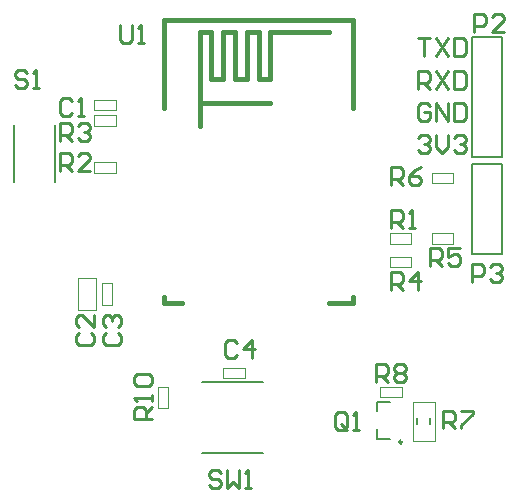
<source format=gto>
G04 Layer_Color=65535*
%FSTAX24Y24*%
%MOIN*%
G70*
G01*
G75*
%ADD21C,0.0150*%
%ADD25C,0.0100*%
%ADD31C,0.0098*%
%ADD32C,0.0060*%
%ADD33C,0.0020*%
%ADD34C,0.0079*%
%ADD35C,0.0080*%
D21*
X033819Y041142D02*
X036181D01*
Y043504D02*
X03815D01*
X036181Y041929D02*
Y043504D01*
X035787Y041929D02*
X036181D01*
X035787D02*
Y043504D01*
X035394D02*
X035787D01*
X035394Y041929D02*
Y043504D01*
X035Y041929D02*
X035394D01*
X035D02*
Y043504D01*
X034606D02*
X035D01*
X034606Y041929D02*
Y043504D01*
X034213Y041929D02*
X034606D01*
X034213D02*
Y043504D01*
X033819D02*
X034213D01*
X033819Y040354D02*
Y043504D01*
X032638Y034449D02*
Y034646D01*
Y034449D02*
X033228D01*
X03815D02*
X038937D01*
Y034646D01*
Y040945D02*
Y043898D01*
X032638D02*
X038937D01*
X032638Y040945D02*
Y043898D01*
D25*
X034534Y028807D02*
X034434Y028907D01*
X034234D01*
X034134Y028807D01*
Y028707D01*
X034234Y028607D01*
X034434D01*
X034534Y028507D01*
Y028407D01*
X034434Y028307D01*
X034234D01*
X034134Y028407D01*
X034734Y028907D02*
Y028307D01*
X034934Y028507D01*
X035134Y028307D01*
Y028907D01*
X035333Y028307D02*
X035533D01*
X035433D01*
Y028907D01*
X035333Y028807D01*
X032244Y030591D02*
X031644D01*
Y03089D01*
X031744Y03099D01*
X031944D01*
X032044Y03089D01*
Y030591D01*
Y03079D02*
X032244Y03099D01*
Y03119D02*
Y03139D01*
Y03129D01*
X031644D01*
X031744Y03119D01*
Y03169D02*
X031644Y03179D01*
Y03199D01*
X031744Y03209D01*
X032144D01*
X032244Y03199D01*
Y03179D01*
X032144Y03169D01*
X031744D01*
X03507Y03311D02*
X03497Y03321D01*
X03477D01*
X03467Y03311D01*
Y032711D01*
X03477Y032611D01*
X03497D01*
X03507Y032711D01*
X03557Y032611D02*
Y03321D01*
X03527Y032911D01*
X03567D01*
X038746Y030336D02*
Y030736D01*
X038646Y030836D01*
X038446D01*
X038346Y030736D01*
Y030336D01*
X038446Y030236D01*
X038646D01*
X038546Y030436D02*
X038746Y030236D01*
X038646D02*
X038746Y030336D01*
X038946Y030236D02*
X039146D01*
X039046D01*
Y030836D01*
X038946Y030736D01*
X039685Y031811D02*
Y032411D01*
X039985D01*
X040085Y032311D01*
Y032111D01*
X039985Y032011D01*
X039685D01*
X039885D02*
X040085Y031811D01*
X040285Y032311D02*
X040385Y032411D01*
X040585D01*
X040685Y032311D01*
Y032211D01*
X040585Y032111D01*
X040685Y032011D01*
Y031911D01*
X040585Y031811D01*
X040385D01*
X040285Y031911D01*
Y032011D01*
X040385Y032111D01*
X040285Y032211D01*
Y032311D01*
X040385Y032111D02*
X040585D01*
X041929Y030276D02*
Y030875D01*
X042229D01*
X042329Y030775D01*
Y030575D01*
X042229Y030476D01*
X041929D01*
X042129D02*
X042329Y030276D01*
X042529Y030875D02*
X042929D01*
Y030775D01*
X042529Y030376D01*
Y030276D01*
X030685Y033475D02*
X030585Y033375D01*
Y033175D01*
X030685Y033075D01*
X031085D01*
X031185Y033175D01*
Y033375D01*
X031085Y033475D01*
X030685Y033675D02*
X030585Y033775D01*
Y033975D01*
X030685Y034074D01*
X030785D01*
X030885Y033975D01*
Y033875D01*
Y033975D01*
X030985Y034074D01*
X031085D01*
X031185Y033975D01*
Y033775D01*
X031085Y033675D01*
X029573Y041209D02*
X029473Y041308D01*
X029273D01*
X029173Y041209D01*
Y040809D01*
X029273Y040709D01*
X029473D01*
X029573Y040809D01*
X029773Y040709D02*
X029973D01*
X029873D01*
Y041308D01*
X029773Y041209D01*
X029795Y033475D02*
X029695Y033375D01*
Y033175D01*
X029795Y033075D01*
X030195D01*
X030295Y033175D01*
Y033375D01*
X030195Y033475D01*
X030295Y034074D02*
Y033675D01*
X029895Y034074D01*
X029795D01*
X029695Y033975D01*
Y033775D01*
X029795Y033675D01*
X042885Y035175D02*
Y035775D01*
X043185D01*
X043285Y035675D01*
Y035475D01*
X043185Y035375D01*
X042885D01*
X043485Y035675D02*
X043585Y035775D01*
X043785D01*
X043884Y035675D01*
Y035575D01*
X043785Y035475D01*
X043685D01*
X043785D01*
X043884Y035375D01*
Y035275D01*
X043785Y035175D01*
X043585D01*
X043485Y035275D01*
X040215Y036975D02*
Y037575D01*
X040515D01*
X040615Y037475D01*
Y037275D01*
X040515Y037175D01*
X040215D01*
X040415D02*
X040615Y036975D01*
X040815D02*
X041015D01*
X040915D01*
Y037575D01*
X040815Y037475D01*
X029173Y038855D02*
Y039455D01*
X029473D01*
X029573Y039355D01*
Y039155D01*
X029473Y039055D01*
X029173D01*
X029373D02*
X029573Y038855D01*
X030173D02*
X029773D01*
X030173Y039255D01*
Y039355D01*
X030073Y039455D01*
X029873D01*
X029773Y039355D01*
X029173Y039865D02*
Y040465D01*
X029473D01*
X029573Y040365D01*
Y040165D01*
X029473Y040065D01*
X029173D01*
X029373D02*
X029573Y039865D01*
X029773Y040365D02*
X029873Y040465D01*
X030073D01*
X030173Y040365D01*
Y040265D01*
X030073Y040165D01*
X029973D01*
X030073D01*
X030173Y040065D01*
Y039965D01*
X030073Y039865D01*
X029873D01*
X029773Y039965D01*
X040205Y034895D02*
Y035495D01*
X040505D01*
X040605Y035395D01*
Y035195D01*
X040505Y035095D01*
X040205D01*
X040405D02*
X040605Y034895D01*
X041105D02*
Y035495D01*
X040805Y035195D01*
X041204D01*
X041496Y035709D02*
Y036308D01*
X041796D01*
X041896Y036209D01*
Y036009D01*
X041796Y035909D01*
X041496D01*
X041696D02*
X041896Y035709D01*
X042496Y036308D02*
X042096D01*
Y036009D01*
X042296Y036109D01*
X042396D01*
X042496Y036009D01*
Y035809D01*
X042396Y035709D01*
X042196D01*
X042096Y035809D01*
X040215Y038385D02*
Y038985D01*
X040515D01*
X040615Y038885D01*
Y038685D01*
X040515Y038585D01*
X040215D01*
X040415D02*
X040615Y038385D01*
X041214Y038985D02*
X041015Y038885D01*
X040815Y038685D01*
Y038485D01*
X040915Y038385D01*
X041115D01*
X041214Y038485D01*
Y038585D01*
X041115Y038685D01*
X040815D01*
X02808Y042115D02*
X02798Y042215D01*
X02778D01*
X02768Y042115D01*
Y042015D01*
X02778Y041915D01*
X02798D01*
X02808Y041815D01*
Y041715D01*
X02798Y041615D01*
X02778D01*
X02768Y041715D01*
X02828Y041615D02*
X02848D01*
X02838D01*
Y042215D01*
X02828Y042115D01*
X031175Y043725D02*
Y043225D01*
X031275Y043125D01*
X031475D01*
X031575Y043225D01*
Y043725D01*
X031775Y043125D02*
X031975D01*
X031875D01*
Y043725D01*
X031775Y043625D01*
X042953Y043504D02*
Y044104D01*
X043253D01*
X043353Y044004D01*
Y043804D01*
X043253Y043704D01*
X042953D01*
X043952Y043504D02*
X043553D01*
X043952Y043904D01*
Y044004D01*
X043852Y044104D01*
X043653D01*
X043553Y044004D01*
X041102Y041601D02*
Y042201D01*
X041402D01*
X041502Y042101D01*
Y041901D01*
X041402Y041801D01*
X041102D01*
X041302D02*
X041502Y041601D01*
X041702Y042201D02*
X042102Y041601D01*
Y042201D02*
X041702Y041601D01*
X042302Y042201D02*
Y041601D01*
X042602D01*
X042702Y041701D01*
Y042101D01*
X042602Y042201D01*
X042302D01*
X041102Y043277D02*
X041502D01*
X041302D01*
Y042677D01*
X041702Y043277D02*
X042102Y042677D01*
Y043277D02*
X041702Y042677D01*
X042302Y043277D02*
Y042677D01*
X042602D01*
X042702Y042777D01*
Y043177D01*
X042602Y043277D01*
X042302D01*
X041502Y041025D02*
X041402Y041125D01*
X041202D01*
X041102Y041025D01*
Y040625D01*
X041202Y040525D01*
X041402D01*
X041502Y040625D01*
Y040825D01*
X041302D01*
X041702Y040525D02*
Y041125D01*
X042102Y040525D01*
Y041125D01*
X042302D02*
Y040525D01*
X042602D01*
X042702Y040625D01*
Y041025D01*
X042602Y041125D01*
X042302D01*
X041102Y039949D02*
X041202Y040049D01*
X041402D01*
X041502Y039949D01*
Y039849D01*
X041402Y039749D01*
X041302D01*
X041402D01*
X041502Y039649D01*
Y039549D01*
X041402Y039449D01*
X041202D01*
X041102Y039549D01*
X041702Y040049D02*
Y039649D01*
X041902Y039449D01*
X042102Y039649D01*
Y040049D01*
X042302Y039949D02*
X042402Y040049D01*
X042602D01*
X042702Y039949D01*
Y039849D01*
X042602Y039749D01*
X042502D01*
X042602D01*
X042702Y039649D01*
Y039549D01*
X042602Y039449D01*
X042402D01*
X042302Y039549D01*
D31*
X040571Y029823D02*
G03*
X040571Y029823I-000049J0D01*
G01*
D32*
X033891Y02945D02*
X035941D01*
X033911Y03181D02*
X035921D01*
D33*
X032421Y030945D02*
X032776Y030945D01*
X032421Y031654D02*
X032776D01*
X032421Y030945D02*
Y031654D01*
X032776Y030945D02*
Y031654D01*
X034587Y031959D02*
X035335D01*
X034587Y032293D02*
X035335D01*
Y031959D02*
Y032293D01*
X034587Y031959D02*
Y032293D01*
X030581Y03439D02*
Y035138D01*
X030915Y03439D02*
Y035138D01*
X030581Y03439D02*
X030915D01*
X030581Y035138D02*
X030915D01*
X029783Y034232D02*
X030374D01*
X029783Y035295D02*
X030374D01*
X029783Y034232D02*
Y035295D01*
X030374Y034232D02*
Y035295D01*
X041575Y038799D02*
X042283D01*
X041575Y038445D02*
X042283D01*
X041575D02*
Y038799D01*
X042283Y038445D02*
X042283Y038799D01*
X040157Y036437D02*
X040866D01*
X040157Y036791D02*
X040866D01*
Y036437D02*
Y036791D01*
X040157Y036437D02*
X040157Y036791D01*
X041575Y036791D02*
X042283D01*
X041575Y036437D02*
X042283D01*
X041575D02*
Y036791D01*
X042283Y036437D02*
X042283Y036791D01*
X040157Y036004D02*
X040866D01*
X040157Y03565D02*
X040866D01*
X040157D02*
Y036004D01*
X040866Y03565D02*
X040866Y036004D01*
X030315Y039154D02*
X031024D01*
X030315Y038799D02*
X031024D01*
X030315D02*
Y039154D01*
X031024Y038799D02*
X031024Y039154D01*
X030315Y040728D02*
X031024D01*
X030315Y040374D02*
X031024D01*
X030315D02*
Y040728D01*
X031024Y040374D02*
X031024Y040728D01*
X031043Y040896D02*
Y04123D01*
X030295Y040896D02*
Y04123D01*
Y040896D02*
X031043D01*
X030295Y04123D02*
X031043D01*
X040551Y031319D02*
X040551Y031673D01*
X039843Y031319D02*
Y031673D01*
Y031319D02*
X040551D01*
X039843Y031673D02*
X040551D01*
X040945Y031161D02*
X041654D01*
X040945Y029862D02*
X041654D01*
Y031161D01*
X040945Y029862D02*
Y031161D01*
D34*
X042886Y036083D02*
X043886D01*
X042886D02*
Y039083D01*
X043886D01*
Y036083D02*
Y039083D01*
X039744Y030846D02*
Y031161D01*
X040177D01*
X039744Y029941D02*
Y030256D01*
Y029941D02*
X040177D01*
X041516Y030413D02*
Y03061D01*
X041083Y030413D02*
Y03061D01*
X042886Y043327D02*
X043886D01*
Y039327D02*
Y043327D01*
X042886Y039327D02*
Y043327D01*
Y039327D02*
X043886D01*
D35*
X028996Y038504D02*
Y040394D01*
X027618Y038504D02*
Y040394D01*
M02*

</source>
